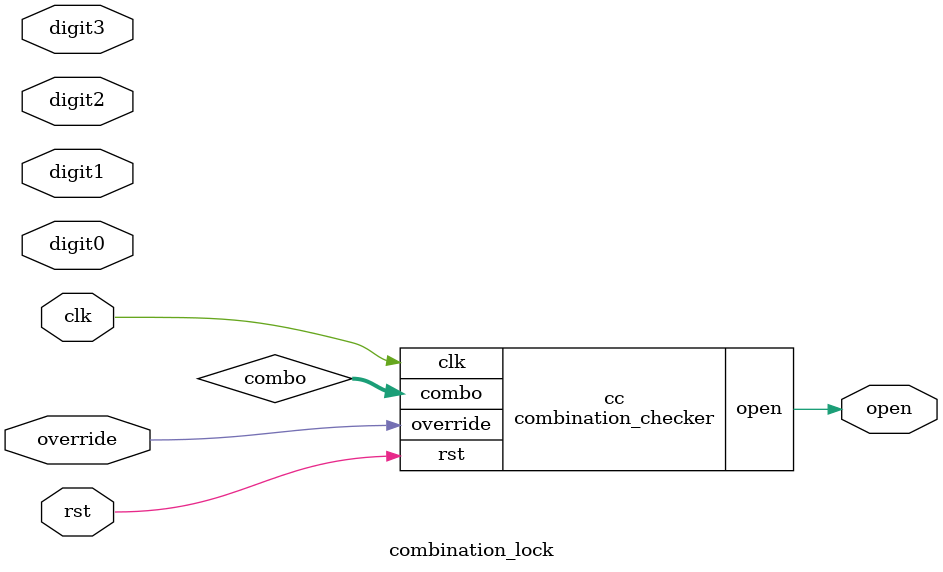
<source format=sv>
/*
parameter bit [9:0]  C0 = 10'b1;
parameter bit [9:0]  C1 = 10'b10;
parameter bit [9:0]  C2 = 10'b100;
parameter bit [9:0]  C3 = 10'b1000;
parameter bit [9:0]  C4 = 10'b10000;
parameter bit [9:0]  C5 = 10'b100000;
parameter bit [9:0]  C6 = 10'b1000000;
parameter bit [9:0]  C7 = 10'b10000000;
parameter bit [9:0]  C8 = 10'b100000000;
parameter bit [9:0]  C9 = 10'b1000000000;




`ifndef PAST_SECOND_DEBUG_STAGE
parameter bit [9:0]  COMBO_FIRST_PART [3:0]  = '{C0,C1,C2,C3};
parameter bit [9:0]  COMBO_SECOND_PART [3:0] = '{C0,C1,C2,C3};
parameter bit [9:0]  COMBO_THIRD_PART [3:0]  = '{C0,C1,C2,C3};
`else 
`ifndef PAST_THIRD_DEBUG_STAGE
parameter bit [9:0]  COMBO_FIRST_PART [3:0]  = '{C2,C7,C3,C3};
parameter bit [9:0]  COMBO_SECOND_PART [3:0] = '{C0,C0,C0,C3};
parameter bit [9:0]  COMBO_THIRD_PART [3:0]  = '{C2,C7,C3,C3};
`else
parameter bit [9:0]  COMBO_FIRST_PART [3:0]  = '{C2,C7,C3,C0};
parameter bit [9:0]  COMBO_SECOND_PART [3:0] = '{C0,C0,C0,C0};
parameter bit [9:0]  COMBO_THIRD_PART [3:0]  = '{C2,C7,C3,C0};
`endif
`endif
*/

parameter [29:0] INTERNAL_COMBO = 30'b000000000100000000001000000000;


module decoder (
    input clk, rst,
    //input [9:0] digits [3:0],
    input [9:0] digit,
  output reg [29:0] combo
);

    
    reg [9:0] digits_save[2:0];
  
    assign digits_save[0] = digit;
  
    always @(posedge clk or posedge rst) begin
        if (rst) begin
           digits_save[1] <= 0;
           digits_save[2] <= 0;
        end else begin
           digits_save[1] <= digits_save[0];
           digits_save[2] <= digits_save[1];
        end
    end

    // Convert to our binary combo.  To simplify, each 4-digit
    // subfield gets its own 20-bit slot.
   
    always@* begin
      combo[0:9] <= digits_save[0];
      combo[10:19] <= digits_save[1];
      combo[20:29] <= digits_save[2];
    end
endmodule

module combination_checker (
    input clk, rst, override,
    input [29:0] combo,
    output reg open
);
    always @(posedge clk or posedge rst) begin
        if (rst) open <= 0;
        else open <= ((combo==INTERNAL_COMBO)||override);
    end

endmodule   


module combination_lock (
    input [9:0] digit0,digit1,digit2,digit3, 
    input  override,
    input  clk, rst,
    output reg open
    );

    bit [29:0] combo;
    decoder d1(clk, rst,digit0,digit1,digit2,digit3, combo);
    combination_checker cc(clk, rst, override, combo, open);

    // Properties
  /*
    default clocking @(posedge clk); endclocking
    default disable iff (rst);
    Page93_c1: cover property (open == 0);
    Page93_c2: cover property (open == 1);

    genvar i,j;
    generate for (i=0; i<3; i++) begin
        for (j=0; j<9; j++) begin
            Page94_c3: cover property (digits[i][j] == 1);
        end
    end
    endgenerate

    generate for (i = 0; i<4; i++) begin
        Page94_a1: assume property ($onehot(digits[i]));
    end
    endgenerate

    sequence correct_combo_entered;
             (digits == COMBO_FIRST_PART) ##1 
             (digits == COMBO_SECOND_PART) ##1
             (digits == COMBO_THIRD_PART);
    endsequence

    Page95_open_good:  assert property (correct_combo_entered |=> open);
    Page95_open_bad2:  assert property (open |-> $past(digits==COMBO_FIRST_PART,3));
    Page95_open_bad1:  assert property (open |-> $past(digits==COMBO_SECOND_PART,2));
    Page95_open_bad0:  assert property (open |-> $past(digits==COMBO_THIRD_PART,1));

    // Assumption added after first stage of debug
    `ifdef PAST_FIRST_DEBUG_STAGE
    Page99_fix1:  assume property (override == 0);
    `endif

    */

endmodule 




  

</source>
